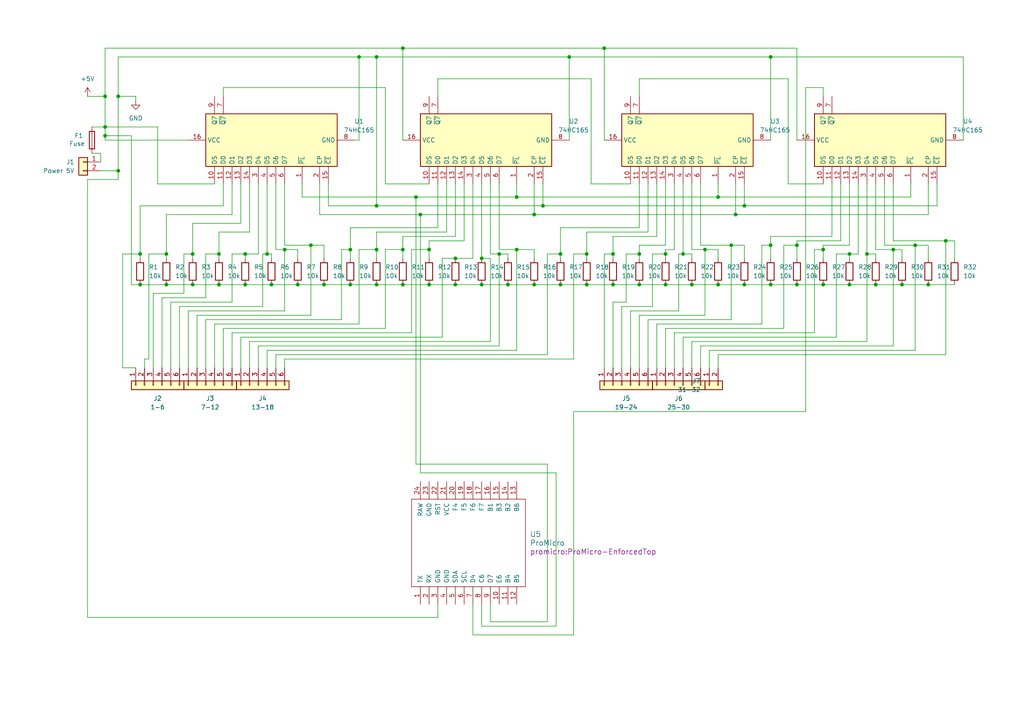
<source format=kicad_sch>
(kicad_sch (version 20250114) (generator "eeschema") (generator_version "9.0")
  (paper "A4")
  (title_block (title "Pedalboard_to_arduino_interface") (date "2025-07-31") (rev "1.0.0") (company "Francesco Patti") (comment 1 "Copyright (c) 2025"))
  (lib_symbols
    (symbol "74xx:74HC165"
      (property "Reference" "U" (at -7.62 19.05 0))
      (property "Value" "74HC165" (at -7.62 -21.59 0))
      (symbol "74HC165_1_0"
        (pin input line (at -12.7 15.24 0) (length 5.08) (name "DS") (number "10"))
        (pin input line (at -12.7 12.7 0) (length 5.08) (name "D0") (number "11"))
        (pin input line (at -12.7 10.16 0) (length 5.08) (name "D1") (number "12"))
        (pin input line (at -12.7 7.62 0) (length 5.08) (name "D2") (number "13"))
        (pin input line (at -12.7 5.08 0) (length 5.08) (name "D3") (number "14"))
        (pin input line (at -12.7 2.54 0) (length 5.08) (name "D4") (number "3"))
        (pin input line (at -12.7 0 0) (length 5.08) (name "D5") (number "4"))
        (pin input line (at -12.7 -2.54 0) (length 5.08) (name "D6") (number "5"))
        (pin input line (at -12.7 -5.08 0) (length 5.08) (name "D7") (number "6"))
        (pin input line (at -12.7 -10.16 0) (length 5.08) (name "~{PL}") (number "1"))
        (pin input line (at -12.7 -15.24 0) (length 5.08) (name "CP") (number "2"))
        (pin input line (at -12.7 -17.78 0) (length 5.08) (name "~{CE}") (number "15"))
        (pin power_in line (at 0 22.86 270) (length 5.08) (name "VCC") (number "16"))
        (pin power_in line (at 0 -25.4 90) (length 5.08) (name "GND") (number "8"))
        (pin output line (at 12.7 15.24 180) (length 5.08) (name "Q7") (number "9"))
        (pin output line (at 12.7 12.7 180) (length 5.08) (name "~{Q7}") (number "7"))
      )
      (symbol "74HC165_1_1"
        (rectangle (start -7.62 17.78) (end 7.62 -20.32) (stroke (width 0.254)) (fill (type background)))
      )
    )
    (symbol "Connector_Generic:Conn_01x02" (pin_names (offset 1.016) (hide yes))
      (property "Reference" "J" (at 0 2.54 0))
      (property "Value" "Conn_01x02" (at 0 -5.08 0))
      (symbol "Conn_01x02_1_1"
        (rectangle (start -1.27 1.27) (end 1.27 -3.81) (stroke (width 0.254)) (fill (type background)))
        (rectangle (start -1.27 0.127) (end 0 -0.127) (stroke (width 0.1524)))
        (rectangle (start -1.27 -2.413) (end 0 -2.667) (stroke (width 0.1524)))
        (pin passive line (at -5.08 0 0) (length 3.81) (name "Pin_1") (number "1"))
        (pin passive line (at -5.08 -2.54 0) (length 3.81) (name "Pin_2") (number "2"))
      )
    )
    (symbol "Connector_Generic:Conn_01x06" (pin_names (offset 1.016) (hide yes))
      (property "Reference" "J" (at 0 7.62 0))
      (property "Value" "Conn_01x06" (at 0 -10.16 0))
      (symbol "Conn_01x06_1_1"
        (rectangle (start -1.27 6.35) (end 1.27 -8.89) (stroke (width 0.254)) (fill (type background)))
        (rectangle (start -1.27 5.207) (end 0 4.953) (stroke (width 0.1524)))
        (rectangle (start -1.27 2.667) (end 0 2.413) (stroke (width 0.1524)))
        (rectangle (start -1.27 0.127) (end 0 -0.127) (stroke (width 0.1524)))
        (rectangle (start -1.27 -2.413) (end 0 -2.667) (stroke (width 0.1524)))
        (rectangle (start -1.27 -4.953) (end 0 -5.207) (stroke (width 0.1524)))
        (rectangle (start -1.27 -7.493) (end 0 -7.747) (stroke (width 0.1524)))
        (pin passive line (at -5.08 5.08 0) (length 3.81) (name "Pin_1") (number "1"))
        (pin passive line (at -5.08 2.54 0) (length 3.81) (name "Pin_2") (number "2"))
        (pin passive line (at -5.08 0 0) (length 3.81) (name "Pin_3") (number "3"))
        (pin passive line (at -5.08 -2.54 0) (length 3.81) (name "Pin_4") (number "4"))
        (pin passive line (at -5.08 -5.08 0) (length 3.81) (name "Pin_5") (number "5"))
        (pin passive line (at -5.08 -7.62 0) (length 3.81) (name "Pin_6") (number "6"))
      )
    )
    (symbol "Device:Fuse" (pin_numbers (hide yes)) (pin_names (offset 0))
      (property "Reference" "F" (at 2.032 0 90))
      (property "Value" "Fuse" (at -1.905 0 90))
      (symbol "Fuse_0_1"
        (rectangle (start -0.762 -2.54) (end 0.762 2.54) (stroke (width 0.254)))
        (polyline (pts (xy 0 2.54) (xy 0 -2.54)))
      )
      (symbol "Fuse_1_1"
        (pin passive line (at 0 3.81 270) (length 1.27) (name "~") (number "1"))
        (pin passive line (at 0 -3.81 90) (length 1.27) (name "~") (number "2"))
      )
    )
    (symbol "Device:R" (pin_numbers (hide yes)) (pin_names (offset 0))
      (property "Reference" "R" (at 2.032 0 90))
      (property "Value" "R" (at 0 0 90))
      (symbol "R_0_1"
        (rectangle (start -1.016 -2.54) (end 1.016 2.54) (stroke (width 0.254)))
      )
      (symbol "R_1_1"
        (pin passive line (at 0 3.81 270) (length 1.27) (name "~") (number "1"))
        (pin passive line (at 0 -3.81 90) (length 1.27) (name "~") (number "2"))
      )
    )
    (symbol "New_Library:ProMicro" (pin_names (offset 1.016))
      (property "Reference" "U" (at 0 24.13 0))
      (property "Value" "ProMicro" (at 0 -13.97 0))
      (symbol "ProMicro_0_1"
        (rectangle (start -12.7 21.59) (end 12.7 -11.43))
      )
      (symbol "ProMicro_1_1"
        (pin bidirectional line (at -17.78 19.05 0) (length 5.08) (name "TX") (number "1"))
        (pin bidirectional line (at -17.78 16.51 0) (length 5.08) (name "RX") (number "2"))
        (pin power_in line (at -17.78 13.97 0) (length 5.08) (name "GND") (number "3"))
        (pin power_in line (at -17.78 11.43 0) (length 5.08) (name "GND") (number "4"))
        (pin bidirectional line (at -17.78 8.89 0) (length 5.08) (name "SDA") (number "5"))
        (pin bidirectional line (at -17.78 6.35 0) (length 5.08) (name "SCL") (number "6"))
        (pin bidirectional line (at -17.78 3.81 0) (length 5.08) (name "D4") (number "7"))
        (pin bidirectional line (at -17.78 1.27 0) (length 5.08) (name "C6") (number "8"))
        (pin bidirectional line (at -17.78 -1.27 0) (length 5.08) (name "D7") (number "9"))
        (pin bidirectional line (at -17.78 -3.81 0) (length 5.08) (name "E6") (number "10"))
        (pin bidirectional line (at -17.78 -6.35 0) (length 5.08) (name "B4") (number "11"))
        (pin bidirectional line (at -17.78 -8.89 0) (length 5.08) (name "B5") (number "12"))
        (pin power_out line (at 17.78 19.05 180) (length 5.08) (name "RAW") (number "24"))
        (pin power_in line (at 17.78 16.51 180) (length 5.08) (name "GND") (number "23"))
        (pin input line (at 17.78 13.97 180) (length 5.08) (name "RST") (number "22"))
        (pin power_in line (at 17.78 11.43 180) (length 5.08) (name "VCC") (number "21"))
        (pin bidirectional line (at 17.78 8.89 180) (length 5.08) (name "F4") (number "20"))
        (pin bidirectional line (at 17.78 6.35 180) (length 5.08) (name "F5") (number "19"))
        (pin bidirectional line (at 17.78 3.81 180) (length 5.08) (name "F6") (number "18"))
        (pin bidirectional line (at 17.78 1.27 180) (length 5.08) (name "F7") (number "17"))
        (pin bidirectional line (at 17.78 -1.27 180) (length 5.08) (name "B1") (number "16"))
        (pin bidirectional line (at 17.78 -3.81 180) (length 5.08) (name "B3") (number "15"))
        (pin bidirectional line (at 17.78 -6.35 180) (length 5.08) (name "B2") (number "14"))
        (pin bidirectional line (at 17.78 -8.89 180) (length 5.08) (name "B6") (number "13"))
      )
    )
    (symbol "power:+5V" (power) (pin_numbers (hide yes)) (pin_names (offset 0) (hide yes))
      (property "Value" "+5V" (at 0 3.556 0))
      (symbol "+5V_0_1"
        (polyline (pts (xy -0.762 1.27) (xy 0 2.54)))
        (polyline (pts (xy 0 2.54) (xy 0.762 1.27)))
        (polyline (pts (xy 0 0) (xy 0 2.54)))
      )
      (symbol "+5V_1_1"
        (pin power_in line (at 0 0 90) (length 0) (name "~") (number "1"))
      )
    )
    (symbol "power:GND" (power) (pin_numbers (hide yes)) (pin_names (offset 0) (hide yes))
      (property "Value" "GND" (at 0 -3.81 0))
      (symbol "GND_0_1"
        (polyline (pts (xy 0 0) (xy 0 -1.27) (xy 1.27 -1.27) (xy 0 -2.54) (xy -1.27 -1.27) (xy 0 -1.27)))
      )
      (symbol "GND_1_1"
        (pin power_in line (at 0 0 270) (length 0) (name "~") (number "1"))
      )
    )
  )
  (junction (at 34.29 49.53))
  (junction (at 139.7 82.55))
  (junction (at 120.65 57.15))
  (junction (at 157.48 59.69))
  (junction (at 154.94 82.55))
  (junction (at 109.22 59.69))
  (junction (at 215.9 59.69))
  (junction (at 254 82.55))
  (junction (at 82.55 72.39))
  (junction (at 177.8 82.55))
  (junction (at 175.26 13.97))
  (junction (at 121.92 62.23))
  (junction (at 40.64 82.55))
  (junction (at 93.98 82.55))
  (junction (at 274.32 69.85))
  (junction (at 71.12 73.66))
  (junction (at 231.14 71.12))
  (junction (at 223.52 16.51))
  (junction (at 30.48 27.94))
  (junction (at 154.94 62.23))
  (junction (at 147.32 82.55))
  (junction (at 116.84 82.55))
  (junction (at 132.08 74.93))
  (junction (at 63.5 73.66))
  (junction (at 71.12 82.55))
  (junction (at 116.84 13.97))
  (junction (at 170.18 82.55))
  (junction (at 30.48 39.37))
  (junction (at 251.46 73.66))
  (junction (at 170.18 73.66))
  (junction (at 124.46 82.55))
  (junction (at 208.28 57.15))
  (junction (at 109.22 82.55))
  (junction (at 132.08 82.55))
  (junction (at 165.1 16.51))
  (junction (at 101.6 72.39))
  (junction (at 162.56 82.55))
  (junction (at 86.36 82.55))
  (junction (at 223.52 71.12))
  (junction (at 162.56 73.66))
  (junction (at 198.12 73.66))
  (junction (at 238.76 82.55))
  (junction (at 185.42 82.55))
  (junction (at 109.22 16.51))
  (junction (at 246.38 82.55))
  (junction (at 269.24 82.55))
  (junction (at 77.47 73.66))
  (junction (at 200.66 82.55))
  (junction (at 48.26 73.66))
  (junction (at 124.46 72.39))
  (junction (at 177.8 73.66))
  (junction (at 30.48 36.83))
  (junction (at 55.88 73.66))
  (junction (at 215.9 82.55))
  (junction (at 144.78 73.66))
  (junction (at 261.62 82.55))
  (junction (at 265.43 71.12))
  (junction (at 204.47 72.39))
  (junction (at 90.17 71.12))
  (junction (at 104.14 16.51))
  (junction (at 116.84 72.39))
  (junction (at 193.04 82.55))
  (junction (at 48.26 82.55))
  (junction (at 246.38 73.66))
  (junction (at 223.52 82.55))
  (junction (at 139.7 74.93))
  (junction (at 40.64 73.66))
  (junction (at 259.08 72.39))
  (junction (at 193.04 73.66))
  (junction (at 149.86 72.39))
  (junction (at 34.29 27.94))
  (junction (at 238.76 72.39))
  (junction (at 101.6 82.55))
  (junction (at 109.22 72.39))
  (junction (at 208.28 82.55))
  (junction (at 55.88 82.55))
  (junction (at 213.36 62.23))
  (junction (at 231.14 82.55))
  (junction (at 212.09 71.12))
  (junction (at 63.5 82.55))
  (junction (at 185.42 73.66))
  (junction (at 78.74 82.55))
  (junction (at 149.86 57.15))
  (wire (pts (xy 200.66 99.06) (xy 251.46 99.06)))
  (wire (pts (xy 170.18 67.31) (xy 170.18 73.66)))
  (wire (pts (xy 215.9 59.69) (xy 215.9 53.34)))
  (wire (pts (xy 109.22 72.39) (xy 109.22 74.93)))
  (wire (pts (xy 120.65 134.62) (xy 158.75 134.62)))
  (wire (pts (xy 119.38 96.52) (xy 119.38 72.39)))
  (wire (pts (xy 271.78 59.69) (xy 271.78 53.34)))
  (wire (pts (xy 76.2 88.9) (xy 76.2 73.66)))
  (wire (pts (xy 55.88 64.77) (xy 69.85 64.77)))
  (wire (pts (xy 161.29 181.61) (xy 139.7 181.61)))
  (wire (pts (xy 165.1 16.51) (xy 223.52 16.51)))
  (wire (pts (xy 269.24 82.55) (xy 276.86 82.55)))
  (wire (pts (xy 238.76 71.12) (xy 246.38 71.12)))
  (wire (pts (xy 200.66 53.34) (xy 200.66 72.39)))
  (wire (pts (xy 38.1 39.37) (xy 38.1 82.55)))
  (wire (pts (xy 157.48 53.34) (xy 157.48 59.69)))
  (wire (pts (xy 59.69 106.68) (xy 59.69 92.71)))
  (wire (pts (xy 109.22 82.55) (xy 116.84 82.55)))
  (wire (pts (xy 193.04 82.55) (xy 200.66 82.55)))
  (wire (pts (xy 220.98 71.12) (xy 223.52 71.12)))
  (wire (pts (xy 34.29 27.94) (xy 39.37 27.94)))
  (wire (pts (xy 43.18 104.14) (xy 41.91 104.14)))
  (wire (pts (xy 30.48 13.97) (xy 116.84 13.97)))
  (wire (pts (xy 261.62 82.55) (xy 269.24 82.55)))
  (wire (pts (xy 121.92 137.16) (xy 161.29 137.16)))
  (wire (pts (xy 147.32 82.55) (xy 154.94 82.55)))
  (wire (pts (xy 251.46 99.06) (xy 251.46 73.66)))
  (wire (pts (xy 203.2 71.12) (xy 212.09 71.12)))
  (wire (pts (xy 132.08 53.34) (xy 132.08 68.58)))
  (wire (pts (xy 92.71 62.23) (xy 121.92 62.23)))
  (wire (pts (xy 55.88 64.77) (xy 55.88 73.66)))
  (wire (pts (xy 144.78 72.39) (xy 149.86 72.39)))
  (wire (pts (xy 198.12 97.79) (xy 242.57 97.79)))
  (wire (pts (xy 238.76 25.4) (xy 233.68 25.4)))
  (wire (pts (xy 45.72 53.34) (xy 45.72 36.83)))
  (wire (pts (xy 59.69 86.36) (xy 46.99 86.36)))
  (wire (pts (xy 34.29 52.07) (xy 34.29 49.53)))
  (wire (pts (xy 193.04 72.39) (xy 193.04 73.66)))
  (wire (pts (xy 82.55 53.34) (xy 82.55 71.12)))
  (wire (pts (xy 64.77 27.94) (xy 64.77 25.4)))
  (wire (pts (xy 208.28 57.15) (xy 264.16 57.15)))
  (wire (pts (xy 82.55 90.17) (xy 82.55 72.39)))
  (wire (pts (xy 54.61 40.64) (xy 30.48 40.64)))
  (wire (pts (xy 80.01 106.68) (xy 80.01 102.87)))
  (wire (pts (xy 166.37 104.14) (xy 166.37 73.66)))
  (wire (pts (xy 142.24 73.66) (xy 144.78 73.66)))
  (wire (pts (xy 78.74 73.66) (xy 78.74 74.93)))
  (wire (pts (xy 185.42 22.86) (xy 228.6 22.86)))
  (wire (pts (xy 193.04 106.68) (xy 193.04 95.25)))
  (wire (pts (xy 71.12 73.66) (xy 71.12 74.93)))
  (wire (pts (xy 63.5 67.31) (xy 63.5 73.66)))
  (wire (pts (xy 193.04 95.25) (xy 227.33 95.25)))
  (wire (pts (xy 175.26 13.97) (xy 175.26 40.64)))
  (wire (pts (xy 181.61 87.63) (xy 181.61 73.66)))
  (wire (pts (xy 269.24 71.12) (xy 265.43 71.12)))
  (wire (pts (xy 124.46 72.39) (xy 124.46 74.93)))
  (wire (pts (xy 185.42 106.68) (xy 185.42 91.44)))
  (wire (pts (xy 74.93 73.66) (xy 74.93 53.34)))
  (wire (pts (xy 109.22 67.31) (xy 109.22 72.39)))
  (wire (pts (xy 127 53.34) (xy 127 66.04)))
  (wire (pts (xy 166.37 119.38) (xy 166.37 184.15)))
  (wire (pts (xy 137.16 74.93) (xy 132.08 74.93)))
  (wire (pts (xy 53.34 85.09) (xy 44.45 85.09)))
  (wire (pts (xy 67.31 53.34) (xy 67.31 62.23)))
  (wire (pts (xy 238.76 25.4) (xy 238.76 27.94)))
  (wire (pts (xy 200.66 82.55) (xy 208.28 82.55)))
  (wire (pts (xy 40.64 59.69) (xy 40.64 73.66)))
  (wire (pts (xy 120.65 57.15) (xy 149.86 57.15)))
  (wire (pts (xy 25.4 52.07) (xy 34.29 52.07)))
  (wire (pts (xy 48.26 82.55) (xy 55.88 82.55)))
  (wire (pts (xy 144.78 73.66) (xy 147.32 73.66)))
  (wire (pts (xy 175.26 106.68) (xy 175.26 73.66)))
  (wire (pts (xy 59.69 92.71) (xy 99.06 92.71)))
  (wire (pts (xy 40.64 73.66) (xy 40.64 74.93)))
  (wire (pts (xy 238.76 82.55) (xy 246.38 82.55)))
  (wire (pts (xy 134.62 53.34) (xy 134.62 69.85)))
  (wire (pts (xy 185.42 73.66) (xy 185.42 74.93)))
  (wire (pts (xy 44.45 85.09) (xy 44.45 106.68)))
  (wire (pts (xy 142.24 99.06) (xy 142.24 74.93)))
  (wire (pts (xy 137.16 184.15) (xy 166.37 184.15)))
  (wire (pts (xy 101.6 72.39) (xy 101.6 74.93)))
  (wire (pts (xy 215.9 59.69) (xy 271.78 59.69)))
  (wire (pts (xy 77.47 53.34) (xy 77.47 73.66)))
  (wire (pts (xy 80.01 102.87) (xy 158.75 102.87)))
  (wire (pts (xy 128.27 74.93) (xy 132.08 74.93)))
  (wire (pts (xy 62.23 93.98) (xy 104.14 93.98)))
  (wire (pts (xy 177.8 87.63) (xy 181.61 87.63)))
  (wire (pts (xy 86.36 82.55) (xy 93.98 82.55)))
  (wire (pts (xy 74.93 106.68) (xy 74.93 100.33)))
  (wire (pts (xy 104.14 93.98) (xy 104.14 72.39)))
  (wire (pts (xy 166.37 73.66) (xy 170.18 73.66)))
  (wire (pts (xy 185.42 91.44) (xy 204.47 91.44)))
  (wire (pts (xy 87.63 53.34) (xy 87.63 57.15)))
  (wire (pts (xy 158.75 180.34) (xy 142.24 180.34)))
  (wire (pts (xy 236.22 96.52) (xy 236.22 72.39)))
  (wire (pts (xy 149.86 53.34) (xy 149.86 57.15)))
  (wire (pts (xy 162.56 82.55) (xy 170.18 82.55)))
  (wire (pts (xy 82.55 72.39) (xy 86.36 72.39)))
  (wire (pts (xy 104.14 16.51) (xy 104.14 40.64)))
  (wire (pts (xy 259.08 100.33) (xy 259.08 72.39)))
  (wire (pts (xy 109.22 59.69) (xy 157.48 59.69)))
  (wire (pts (xy 208.28 72.39) (xy 208.28 74.93)))
  (wire (pts (xy 190.5 93.98) (xy 220.98 93.98)))
  (wire (pts (xy 124.46 69.85) (xy 134.62 69.85)))
  (wire (pts (xy 276.86 69.85) (xy 276.86 74.93)))
  (wire (pts (xy 154.94 72.39) (xy 154.94 74.93)))
  (wire (pts (xy 30.48 39.37) (xy 30.48 36.83)))
  (wire (pts (xy 78.74 82.55) (xy 86.36 82.55)))
  (wire (pts (xy 264.16 57.15) (xy 264.16 53.34)))
  (wire (pts (xy 95.25 53.34) (xy 95.25 59.69)))
  (wire (pts (xy 165.1 16.51) (xy 165.1 40.64)))
  (wire (pts (xy 251.46 53.34) (xy 251.46 73.66)))
  (wire (pts (xy 227.33 71.12) (xy 231.14 71.12)))
  (wire (pts (xy 177.8 82.55) (xy 185.42 82.55)))
  (wire (pts (xy 254 82.55) (xy 261.62 82.55)))
  (wire (pts (xy 227.33 95.25) (xy 227.33 71.12)))
  (wire (pts (xy 104.14 40.64) (xy 102.87 40.64)))
  (wire (pts (xy 30.48 40.64) (xy 30.48 39.37)))
  (wire (pts (xy 265.43 101.6) (xy 265.43 71.12)))
  (wire (pts (xy 116.84 68.58) (xy 132.08 68.58)))
  (wire (pts (xy 43.18 73.66) (xy 43.18 104.14)))
  (wire (pts (xy 187.96 67.31) (xy 170.18 67.31)))
  (wire (pts (xy 185.42 66.04) (xy 162.56 66.04)))
  (wire (pts (xy 259.08 72.39) (xy 261.62 72.39)))
  (wire (pts (xy 111.76 53.34) (xy 124.46 53.34)))
  (wire (pts (xy 204.47 72.39) (xy 208.28 72.39)))
  (wire (pts (xy 157.48 59.69) (xy 215.9 59.69)))
  (wire (pts (xy 177.8 106.68) (xy 177.8 87.63)))
  (wire (pts (xy 208.28 102.87) (xy 274.32 102.87)))
  (wire (pts (xy 127 22.86) (xy 171.45 22.86)))
  (wire (pts (xy 25.4 27.94) (xy 30.48 27.94)))
  (wire (pts (xy 147.32 73.66) (xy 147.32 74.93)))
  (wire (pts (xy 128.27 97.79) (xy 128.27 74.93)))
  (wire (pts (xy 198.12 106.68) (xy 198.12 97.79)))
  (wire (pts (xy 204.47 91.44) (xy 204.47 72.39)))
  (wire (pts (xy 185.42 71.12) (xy 193.04 71.12)))
  (wire (pts (xy 195.58 72.39) (xy 195.58 53.34)))
  (wire (pts (xy 154.94 82.55) (xy 162.56 82.55)))
  (wire (pts (xy 213.36 62.23) (xy 213.36 53.34)))
  (wire (pts (xy 223.52 16.51) (xy 279.4 16.51)))
  (wire (pts (xy 121.92 62.23) (xy 154.94 62.23)))
  (wire (pts (xy 116.84 13.97) (xy 116.84 40.64)))
  (wire (pts (xy 38.1 82.55) (xy 40.64 82.55)))
  (wire (pts (xy 149.86 57.15) (xy 208.28 57.15)))
  (wire (pts (xy 92.71 53.34) (xy 92.71 62.23)))
  (wire (pts (xy 259.08 69.85) (xy 274.32 69.85)))
  (wire (pts (xy 139.7 181.61) (xy 139.7 175.26)))
  (wire (pts (xy 29.21 49.53) (xy 34.29 49.53)))
  (wire (pts (xy 223.52 16.51) (xy 223.52 40.64)))
  (wire (pts (xy 64.77 25.4) (xy 111.76 25.4)))
  (wire (pts (xy 137.16 175.26) (xy 137.16 184.15)))
  (wire (pts (xy 187.96 106.68) (xy 187.96 92.71)))
  (wire (pts (xy 25.4 52.07) (xy 25.4 179.07)))
  (wire (pts (xy 180.34 88.9) (xy 189.23 88.9)))
  (wire (pts (xy 142.24 180.34) (xy 142.24 175.26)))
  (wire (pts (xy 52.07 106.68) (xy 52.07 88.9)))
  (wire (pts (xy 208.28 82.55) (xy 215.9 82.55)))
  (wire (pts (xy 121.92 62.23) (xy 121.92 137.16)))
  (wire (pts (xy 171.45 53.34) (xy 182.88 53.34)))
  (wire (pts (xy 274.32 102.87) (xy 274.32 69.85)))
  (wire (pts (xy 62.23 106.68) (xy 62.23 93.98)))
  (wire (pts (xy 212.09 71.12) (xy 215.9 71.12)))
  (wire (pts (xy 64.77 53.34) (xy 64.77 59.69)))
  (wire (pts (xy 124.46 82.55) (xy 132.08 82.55)))
  (wire (pts (xy 279.4 16.51) (xy 279.4 40.64)))
  (wire (pts (xy 142.24 53.34) (xy 142.24 73.66)))
  (wire (pts (xy 241.3 68.58) (xy 223.52 68.58)))
  (wire (pts (xy 212.09 92.71) (xy 212.09 71.12)))
  (wire (pts (xy 90.17 91.44) (xy 90.17 71.12)))
  (wire (pts (xy 265.43 71.12) (xy 256.54 71.12)))
  (wire (pts (xy 48.26 73.66) (xy 43.18 73.66)))
  (wire (pts (xy 203.2 106.68) (xy 203.2 100.33)))
  (wire (pts (xy 185.42 71.12) (xy 185.42 73.66)))
  (wire (pts (xy 80.01 53.34) (xy 80.01 72.39)))
  (wire (pts (xy 242.57 97.79) (xy 242.57 73.66)))
  (wire (pts (xy 200.66 106.68) (xy 200.66 99.06)))
  (wire (pts (xy 59.69 73.66) (xy 59.69 86.36)))
  (wire (pts (xy 132.08 82.55) (xy 139.7 82.55)))
  (wire (pts (xy 177.8 68.58) (xy 177.8 73.66)))
  (wire (pts (xy 215.9 71.12) (xy 215.9 74.93)))
  (wire (pts (xy 162.56 66.04) (xy 162.56 73.66)))
  (wire (pts (xy 149.86 72.39) (xy 154.94 72.39)))
  (wire (pts (xy 67.31 73.66) (xy 71.12 73.66)))
  (wire (pts (xy 109.22 16.51) (xy 109.22 59.69)))
  (wire (pts (xy 30.48 36.83) (xy 30.48 27.94)))
  (wire (pts (xy 208.28 57.15) (xy 208.28 53.34)))
  (wire (pts (xy 158.75 134.62) (xy 158.75 180.34)))
  (wire (pts (xy 49.53 106.68) (xy 49.53 87.63)))
  (wire (pts (xy 261.62 72.39) (xy 261.62 74.93)))
  (wire (pts (xy 67.31 96.52) (xy 119.38 96.52)))
  (wire (pts (xy 213.36 62.23) (xy 269.24 62.23)))
  (wire (pts (xy 34.29 49.53) (xy 34.29 27.94)))
  (wire (pts (xy 193.04 53.34) (xy 193.04 71.12)))
  (wire (pts (xy 129.54 53.34) (xy 129.54 67.31)))
  (wire (pts (xy 158.75 102.87) (xy 158.75 73.66)))
  (wire (pts (xy 182.88 90.17) (xy 196.85 90.17)))
  (wire (pts (xy 139.7 53.34) (xy 139.7 74.93)))
  (wire (pts (xy 158.75 73.66) (xy 162.56 73.66)))
  (wire (pts (xy 25.4 179.07) (xy 127 179.07)))
  (wire (pts (xy 269.24 74.93) (xy 269.24 71.12)))
  (wire (pts (xy 48.26 73.66) (xy 48.26 74.93)))
  (wire (pts (xy 251.46 73.66) (xy 254 73.66)))
  (wire (pts (xy 116.84 72.39) (xy 116.84 74.93)))
  (wire (pts (xy 52.07 88.9) (xy 76.2 88.9)))
  (wire (pts (xy 175.26 73.66) (xy 177.8 73.66)))
  (wire (pts (xy 62.23 53.34) (xy 45.72 53.34)))
  (wire (pts (xy 200.66 73.66) (xy 200.66 74.93)))
  (wire (pts (xy 180.34 106.68) (xy 180.34 88.9)))
  (wire (pts (xy 99.06 72.39) (xy 101.6 72.39)))
  (wire (pts (xy 80.01 72.39) (xy 82.55 72.39)))
  (wire (pts (xy 64.77 59.69) (xy 40.64 59.69)))
  (wire (pts (xy 53.34 73.66) (xy 53.34 85.09)))
  (wire (pts (xy 127 66.04) (xy 101.6 66.04)))
  (wire (pts (xy 74.93 100.33) (xy 144.78 100.33)))
  (wire (pts (xy 57.15 91.44) (xy 90.17 91.44)))
  (wire (pts (xy 67.31 62.23) (xy 48.26 62.23)))
  (wire (pts (xy 99.06 92.71) (xy 99.06 72.39)))
  (wire (pts (xy 170.18 73.66) (xy 170.18 74.93)))
  (wire (pts (xy 190.5 106.68) (xy 190.5 93.98)))
  (wire (pts (xy 254 72.39) (xy 259.08 72.39)))
  (wire (pts (xy 223.52 71.12) (xy 223.52 74.93)))
  (wire (pts (xy 149.86 101.6) (xy 149.86 72.39)))
  (wire (pts (xy 193.04 73.66) (xy 193.04 74.93)))
  (wire (pts (xy 137.16 53.34) (xy 137.16 74.93)))
  (wire (pts (xy 109.22 16.51) (xy 165.1 16.51)))
  (wire (pts (xy 177.8 73.66) (xy 177.8 74.93)))
  (wire (pts (xy 246.38 73.66) (xy 246.38 74.93)))
  (wire (pts (xy 124.46 69.85) (xy 124.46 72.39)))
  (wire (pts (xy 101.6 66.04) (xy 101.6 72.39)))
  (wire (pts (xy 82.55 104.14) (xy 166.37 104.14)))
  (wire (pts (xy 254 53.34) (xy 254 72.39)))
  (wire (pts (xy 67.31 87.63) (xy 67.31 73.66)))
  (wire (pts (xy 233.68 25.4) (xy 233.68 119.38)))
  (wire (pts (xy 142.24 74.93) (xy 139.7 74.93)))
  (wire (pts (xy 48.26 62.23) (xy 48.26 73.66)))
  (wire (pts (xy 205.74 106.68) (xy 205.74 101.6)))
  (wire (pts (xy 46.99 86.36) (xy 46.99 106.68)))
  (wire (pts (xy 154.94 62.23) (xy 213.36 62.23)))
  (wire (pts (xy 90.17 71.12) (xy 93.98 71.12)))
  (wire (pts (xy 189.23 73.66) (xy 193.04 73.66)))
  (wire (pts (xy 67.31 106.68) (xy 67.31 96.52)))
  (wire (pts (xy 215.9 82.55) (xy 223.52 82.55)))
  (wire (pts (xy 144.78 53.34) (xy 144.78 72.39)))
  (wire (pts (xy 26.67 36.83) (xy 30.48 36.83)))
  (wire (pts (xy 104.14 72.39) (xy 109.22 72.39)))
  (wire (pts (xy 189.23 88.9) (xy 189.23 73.66)))
  (wire (pts (xy 185.42 53.34) (xy 185.42 66.04)))
  (wire (pts (xy 203.2 53.34) (xy 203.2 71.12)))
  (wire (pts (xy 82.55 106.68) (xy 82.55 104.14)))
  (wire (pts (xy 129.54 67.31) (xy 109.22 67.31)))
  (wire (pts (xy 35.56 73.66) (xy 35.56 106.68)))
  (wire (pts (xy 111.76 72.39) (xy 116.84 72.39)))
  (wire (pts (xy 63.5 82.55) (xy 71.12 82.55)))
  (wire (pts (xy 200.66 72.39) (xy 204.47 72.39)))
  (wire (pts (xy 77.47 106.68) (xy 77.47 101.6)))
  (wire (pts (xy 236.22 72.39) (xy 238.76 72.39)))
  (wire (pts (xy 34.29 27.94) (xy 34.29 16.51)))
  (wire (pts (xy 182.88 106.68) (xy 182.88 90.17)))
  (wire (pts (xy 177.8 68.58) (xy 190.5 68.58)))
  (wire (pts (xy 87.63 57.15) (xy 120.65 57.15)))
  (wire (pts (xy 139.7 82.55) (xy 147.32 82.55)))
  (wire (pts (xy 231.14 13.97) (xy 231.14 40.64)))
  (wire (pts (xy 162.56 73.66) (xy 162.56 74.93)))
  (wire (pts (xy 254 73.66) (xy 254 74.93)))
  (wire (pts (xy 256.54 71.12) (xy 256.54 53.34)))
  (wire (pts (xy 41.91 104.14) (xy 41.91 106.68)))
  (wire (pts (xy 269.24 62.23) (xy 269.24 53.34)))
  (wire (pts (xy 55.88 73.66) (xy 53.34 73.66)))
  (wire (pts (xy 196.85 73.66) (xy 198.12 73.66)))
  (wire (pts (xy 55.88 73.66) (xy 55.88 74.93)))
  (wire (pts (xy 241.3 53.34) (xy 241.3 68.58)))
  (wire (pts (xy 274.32 69.85) (xy 276.86 69.85)))
  (wire (pts (xy 69.85 97.79) (xy 128.27 97.79)))
  (wire (pts (xy 231.14 69.85) (xy 243.84 69.85)))
  (wire (pts (xy 171.45 22.86) (xy 171.45 53.34)))
  (wire (pts (xy 57.15 106.68) (xy 57.15 91.44)))
  (wire (pts (xy 231.14 71.12) (xy 231.14 74.93)))
  (wire (pts (xy 154.94 62.23) (xy 154.94 53.34)))
  (wire (pts (xy 82.55 71.12) (xy 90.17 71.12)))
  (wire (pts (xy 95.25 59.69) (xy 109.22 59.69)))
  (wire (pts (xy 63.5 67.31) (xy 72.39 67.31)))
  (wire (pts (xy 246.38 82.55) (xy 254 82.55)))
  (wire (pts (xy 29.21 44.45) (xy 29.21 46.99)))
  (wire (pts (xy 170.18 82.55) (xy 177.8 82.55)))
  (wire (pts (xy 119.38 72.39) (xy 124.46 72.39)))
  (wire (pts (xy 69.85 53.34) (xy 69.85 64.77)))
  (wire (pts (xy 63.5 73.66) (xy 63.5 74.93)))
  (wire (pts (xy 34.29 16.51) (xy 104.14 16.51)))
  (wire (pts (xy 49.53 87.63) (xy 67.31 87.63)))
  (wire (pts (xy 64.77 95.25) (xy 111.76 95.25)))
  (wire (pts (xy 144.78 100.33) (xy 144.78 73.66)))
  (wire (pts (xy 69.85 106.68) (xy 69.85 97.79)))
  (wire (pts (xy 220.98 93.98) (xy 220.98 71.12)))
  (wire (pts (xy 111.76 95.25) (xy 111.76 72.39)))
  (wire (pts (xy 195.58 106.68) (xy 195.58 96.52)))
  (wire (pts (xy 26.67 44.45) (xy 29.21 44.45)))
  (wire (pts (xy 243.84 53.34) (xy 243.84 69.85)))
  (wire (pts (xy 203.2 100.33) (xy 259.08 100.33)))
  (wire (pts (xy 77.47 73.66) (xy 78.74 73.66)))
  (wire (pts (xy 238.76 71.12) (xy 238.76 72.39)))
  (wire (pts (xy 175.26 13.97) (xy 231.14 13.97)))
  (wire (pts (xy 185.42 27.94) (xy 185.42 22.86)))
  (wire (pts (xy 238.76 72.39) (xy 238.76 74.93)))
  (wire (pts (xy 35.56 106.68) (xy 39.37 106.68)))
  (wire (pts (xy 242.57 73.66) (xy 246.38 73.66)))
  (wire (pts (xy 205.74 101.6) (xy 265.43 101.6)))
  (wire (pts (xy 187.96 53.34) (xy 187.96 67.31)))
  (wire (pts (xy 231.14 82.55) (xy 238.76 82.55)))
  (wire (pts (xy 228.6 53.34) (xy 238.76 53.34)))
  (wire (pts (xy 228.6 22.86) (xy 228.6 53.34)))
  (wire (pts (xy 86.36 72.39) (xy 86.36 74.93)))
  (wire (pts (xy 54.61 90.17) (xy 82.55 90.17)))
  (wire (pts (xy 76.2 73.66) (xy 77.47 73.66)))
  (wire (pts (xy 111.76 25.4) (xy 111.76 53.34)))
  (wire (pts (xy 187.96 92.71) (xy 212.09 92.71)))
  (wire (pts (xy 116.84 82.55) (xy 124.46 82.55)))
  (wire (pts (xy 120.65 57.15) (xy 120.65 134.62)))
  (wire (pts (xy 77.47 101.6) (xy 149.86 101.6)))
  (wire (pts (xy 116.84 13.97) (xy 175.26 13.97)))
  (wire (pts (xy 45.72 36.83) (xy 30.48 36.83)))
  (wire (pts (xy 72.39 99.06) (xy 142.24 99.06)))
  (wire (pts (xy 72.39 106.68) (xy 72.39 99.06)))
  (wire (pts (xy 198.12 53.34) (xy 198.12 73.66)))
  (wire (pts (xy 93.98 82.55) (xy 101.6 82.55)))
  (wire (pts (xy 185.42 82.55) (xy 193.04 82.55)))
  (wire (pts (xy 246.38 53.34) (xy 246.38 71.12)))
  (wire (pts (xy 40.64 73.66) (xy 35.56 73.66)))
  (wire (pts (xy 30.48 39.37) (xy 38.1 39.37)))
  (wire (pts (xy 195.58 96.52) (xy 236.22 96.52)))
  (wire (pts (xy 198.12 73.66) (xy 200.66 73.66)))
  (wire (pts (xy 104.14 16.51) (xy 109.22 16.51)))
  (wire (pts (xy 231.14 69.85) (xy 231.14 71.12)))
  (wire (pts (xy 71.12 73.66) (xy 74.93 73.66)))
  (wire (pts (xy 161.29 137.16) (xy 161.29 181.61)))
  (wire (pts (xy 190.5 53.34) (xy 190.5 68.58)))
  (wire (pts (xy 30.48 27.94) (xy 30.48 13.97)))
  (wire (pts (xy 63.5 73.66) (xy 59.69 73.66)))
  (wire (pts (xy 54.61 106.68) (xy 54.61 90.17)))
  (wire (pts (xy 127 27.94) (xy 127 22.86)))
  (wire (pts (xy 101.6 82.55) (xy 109.22 82.55)))
  (wire (pts (xy 93.98 71.12) (xy 93.98 74.93)))
  (wire (pts (xy 246.38 73.66) (xy 248.92 73.66)))
  (wire (pts (xy 233.68 119.38) (xy 166.37 119.38)))
  (wire (pts (xy 196.85 90.17) (xy 196.85 73.66)))
  (wire (pts (xy 64.77 106.68) (xy 64.77 95.25)))
  (wire (pts (xy 72.39 53.34) (xy 72.39 67.31)))
  (wire (pts (xy 208.28 106.68) (xy 208.28 102.87)))
  (wire (pts (xy 259.08 53.34) (xy 259.08 69.85)))
  (wire (pts (xy 40.64 82.55) (xy 48.26 82.55)))
  (wire (pts (xy 116.84 68.58) (xy 116.84 72.39)))
  (wire (pts (xy 223.52 68.58) (xy 223.52 71.12)))
  (wire (pts (xy 193.04 72.39) (xy 195.58 72.39)))
  (wire (pts (xy 223.52 82.55) (xy 231.14 82.55)))
  (wire (pts (xy 127 179.07) (xy 127 175.26)))
  (wire (pts (xy 248.92 73.66) (xy 248.92 53.34)))
  (wire (pts (xy 71.12 82.55) (xy 78.74 82.55)))
  (wire (pts (xy 181.61 73.66) (xy 185.42 73.66)))
  (wire (pts (xy 55.88 82.55) (xy 63.5 82.55)))
  (wire (pts (xy 39.37 27.94) (xy 39.37 29.21)))
  (symbol (lib_id "power:+5V") (at 25.4 27.94 0) (unit 1)
    (property "Reference" "#PWR02" (effects (hide yes)))
    (property "Value" "+5V" (at 25.4 22.86 0))
    (property "Description" "Power symbol creates a global label with name \"+5V\"" (effects (hide yes)))
  )
  (symbol (lib_id "Connector_Generic:Conn_01x06") (at 74.93 111.76 90) (mirror x) (unit 1)
    (property "Reference" "J4" (at 76.2 115.57 90))
    (property "Value" "13-18" (at 76.2 118.11 90))
    (property "Footprint" "TerminalBlock_Phoenix:TerminalBlock_Phoenix_MKDS-1,5-6-5.08_1x06_P5.08mm_Horizontal" (effects (hide yes)))
    (property "Description" "Generic connector, single row, 01x06, script generated (kicad-library-utils/schlib/autogen/connector/)" (effects (hide yes)))
  )
  (symbol (lib_id "power:GND") (at 39.37 29.21 0) (unit 1)
    (property "Reference" "#PWR01" (effects (hide yes)))
    (property "Value" "GND" (at 39.37 34.29 0))
    (property "Description" "Power symbol creates a global label with name \"GND\" , ground" (effects (hide yes)))
  )
  (symbol (lib_id "Device:R") (at 246.38 78.74 0) (unit 1)
    (property "Reference" "R28" (at 248.92 77.4699 0) (effects (justify left)))
    (property "Value" "10k" (at 248.92 80.0099 0) (effects (justify left)))
    (property "Footprint" "Resistor_THT:R_Axial_DIN0207_L6.3mm_D2.5mm_P7.62mm_Horizontal" (effects (hide yes)))
    (property "Description" "Resistor" (effects (hide yes)))
  )
  (symbol (lib_id "Device:R") (at 238.76 78.74 0) (unit 1)
    (property "Reference" "R27" (at 241.3 77.4699 0) (effects (justify left)))
    (property "Value" "10k" (at 241.3 80.0099 0) (effects (justify left)))
    (property "Footprint" "Resistor_THT:R_Axial_DIN0207_L6.3mm_D2.5mm_P7.62mm_Horizontal" (effects (hide yes)))
    (property "Description" "Resistor" (effects (hide yes)))
  )
  (symbol (lib_id "Device:Fuse") (at 26.67 40.64 180) (unit 1)
    (property "Reference" "F1" (at 21.59 39.37 0) (effects (justify right)))
    (property "Value" "Fuse" (at 20.066 41.656 0) (effects (justify right)))
    (property "Footprint" "Fuse:Fuseholder_Cylinder-5x20mm_Schurter_0031_8201_Horizontal_Open" (effects (hide yes)))
    (property "Description" "Fuse" (effects (hide yes)))
  )
  (symbol (lib_id "Device:R") (at 231.14 78.74 0) (unit 1)
    (property "Reference" "R26" (at 233.68 77.4699 0) (effects (justify left)))
    (property "Value" "10k" (at 233.68 80.0099 0) (effects (justify left)))
    (property "Footprint" "Resistor_THT:R_Axial_DIN0207_L6.3mm_D2.5mm_P7.62mm_Horizontal" (effects (hide yes)))
    (property "Description" "Resistor" (effects (hide yes)))
  )
  (symbol (lib_id "Device:R") (at 185.42 78.74 0) (unit 1)
    (property "Reference" "R20" (at 187.96 77.4699 0) (effects (justify left)))
    (property "Value" "10k" (at 187.96 80.0099 0) (effects (justify left)))
    (property "Footprint" "Resistor_THT:R_Axial_DIN0207_L6.3mm_D2.5mm_P7.62mm_Horizontal" (effects (hide yes)))
    (property "Description" "Resistor" (effects (hide yes)))
  )
  (symbol (lib_id "Device:R") (at 78.74 78.74 0) (unit 1)
    (property "Reference" "R6" (at 81.28 77.4699 0) (effects (justify left)))
    (property "Value" "10k" (at 81.28 80.0099 0) (effects (justify left)))
    (property "Footprint" "Resistor_THT:R_Axial_DIN0207_L6.3mm_D2.5mm_P7.62mm_Horizontal" (effects (hide yes)))
    (property "Description" "Resistor" (effects (hide yes)))
  )
  (symbol (lib_id "Connector_Generic:Conn_01x06") (at 44.45 111.76 90) (mirror x) (unit 1)
    (property "Reference" "J2" (at 45.72 115.57 90))
    (property "Value" "1-6" (at 45.72 118.11 90))
    (property "Footprint" "TerminalBlock_Phoenix:TerminalBlock_Phoenix_MKDS-1,5-6-5.08_1x06_P5.08mm_Horizontal" (effects (hide yes)))
    (property "Description" "Generic connector, single row, 01x06, script generated (kicad-library-utils/schlib/autogen/connector/)" (effects (hide yes)))
  )
  (symbol (lib_id "Connector_Generic:Conn_01x02") (at 205.74 111.76 90) (mirror x) (unit 1)
    (property "Reference" "J7" (at 203.2 110.4899 90) (effects (justify left)))
    (property "Value" "31-32" (at 203.2 113.0299 90) (effects (justify left)))
    (property "Footprint" "TerminalBlock_Phoenix:TerminalBlock_Phoenix_MKDS-1,5-2-5.08_1x02_P5.08mm_Horizontal" (effects (hide yes)))
    (property "Description" "Generic connector, single row, 01x02, script generated (kicad-library-utils/schlib/autogen/connector/)" (effects (hide yes)))
  )
  (symbol (lib_id "74xx:74HC165") (at 139.7 40.64 90) (unit 1)
    (property "Reference" "U2" (at 166.37 35.1946 90))
    (property "Value" "74HC165" (at 166.37 37.7346 90))
    (property "Footprint" "Package_DIP:DIP-16_W7.62mm" (effects (hide yes)))
    (property "Datasheet" "https://assets.nexperia.com/documents/data-sheet/74HC_HCT165.pdf" (effects (hide yes)))
    (property "Description" "Shift Register, 8-bit, Parallel Load" (effects (hide yes)))
  )
  (symbol (lib_id "Device:R") (at 200.66 78.74 0) (unit 1)
    (property "Reference" "R22" (at 203.2 77.4699 0) (effects (justify left)))
    (property "Value" "10k" (at 203.2 80.0099 0) (effects (justify left)))
    (property "Footprint" "Resistor_THT:R_Axial_DIN0207_L6.3mm_D2.5mm_P7.62mm_Horizontal" (effects (hide yes)))
    (property "Description" "Resistor" (effects (hide yes)))
  )
  (symbol (lib_id "Connector_Generic:Conn_01x06") (at 180.34 111.76 90) (mirror x) (unit 1)
    (property "Reference" "J5" (at 181.61 115.57 90))
    (property "Value" "19-24" (at 181.61 118.11 90))
    (property "Footprint" "TerminalBlock_Phoenix:TerminalBlock_Phoenix_MKDS-1,5-6-5.08_1x06_P5.08mm_Horizontal" (effects (hide yes)))
    (property "Description" "Generic connector, single row, 01x06, script generated (kicad-library-utils/schlib/autogen/connector/)" (effects (hide yes)))
  )
  (symbol (lib_id "Device:R") (at 170.18 78.74 0) (unit 1)
    (property "Reference" "R18" (at 172.72 77.4699 0) (effects (justify left)))
    (property "Value" "10k" (at 172.72 80.0099 0) (effects (justify left)))
    (property "Footprint" "Resistor_THT:R_Axial_DIN0207_L6.3mm_D2.5mm_P7.62mm_Horizontal" (effects (hide yes)))
    (property "Description" "Resistor" (effects (hide yes)))
  )
  (symbol (lib_id "Device:R") (at 139.7 78.74 0) (unit 1)
    (property "Reference" "R14" (at 142.24 77.4699 0) (effects (justify left)))
    (property "Value" "10k" (at 142.24 80.0099 0) (effects (justify left)))
    (property "Footprint" "Resistor_THT:R_Axial_DIN0207_L6.3mm_D2.5mm_P7.62mm_Horizontal" (effects (hide yes)))
    (property "Description" "Resistor" (effects (hide yes)))
  )
  (symbol (lib_id "Device:R") (at 109.22 78.74 0) (unit 1)
    (property "Reference" "R10" (at 111.76 77.4699 0) (effects (justify left)))
    (property "Value" "10k" (at 111.76 80.0099 0) (effects (justify left)))
    (property "Footprint" "Resistor_THT:R_Axial_DIN0207_L6.3mm_D2.5mm_P7.62mm_Horizontal" (effects (hide yes)))
    (property "Description" "Resistor" (effects (hide yes)))
  )
  (symbol (lib_id "Device:R") (at 55.88 78.74 0) (unit 1)
    (property "Reference" "R3" (at 58.42 77.4699 0) (effects (justify left)))
    (property "Value" "10k" (at 58.42 80.0099 0) (effects (justify left)))
    (property "Footprint" "Resistor_THT:R_Axial_DIN0207_L6.3mm_D2.5mm_P7.62mm_Horizontal" (effects (hide yes)))
    (property "Description" "Resistor" (effects (hide yes)))
  )
  (symbol (lib_id "Device:R") (at 86.36 78.74 0) (unit 1)
    (property "Reference" "R7" (at 88.9 77.4699 0) (effects (justify left)))
    (property "Value" "10k" (at 88.9 80.0099 0) (effects (justify left)))
    (property "Footprint" "Resistor_THT:R_Axial_DIN0207_L6.3mm_D2.5mm_P7.62mm_Horizontal" (effects (hide yes)))
    (property "Description" "Resistor" (effects (hide yes)))
  )
  (symbol (lib_id "Device:R") (at 154.94 78.74 0) (unit 1)
    (property "Reference" "R16" (at 157.48 77.4699 0) (effects (justify left)))
    (property "Value" "10k" (at 157.48 80.0099 0) (effects (justify left)))
    (property "Footprint" "Resistor_THT:R_Axial_DIN0207_L6.3mm_D2.5mm_P7.62mm_Horizontal" (effects (hide yes)))
    (property "Description" "Resistor" (effects (hide yes)))
  )
  (symbol (lib_id "Device:R") (at 177.8 78.74 0) (unit 1)
    (property "Reference" "R19" (at 180.34 77.4699 0) (effects (justify left)))
    (property "Value" "10k" (at 180.34 80.0099 0) (effects (justify left)))
    (property "Footprint" "Resistor_THT:R_Axial_DIN0207_L6.3mm_D2.5mm_P7.62mm_Horizontal" (effects (hide yes)))
    (property "Description" "Resistor" (effects (hide yes)))
  )
  (symbol (lib_id "Device:R") (at 101.6 78.74 0) (unit 1)
    (property "Reference" "R9" (at 104.14 77.4699 0) (effects (justify left)))
    (property "Value" "10k" (at 104.14 80.0099 0) (effects (justify left)))
    (property "Footprint" "Resistor_THT:R_Axial_DIN0207_L6.3mm_D2.5mm_P7.62mm_Horizontal" (effects (hide yes)))
    (property "Description" "Resistor" (effects (hide yes)))
  )
  (symbol (lib_id "Device:R") (at 132.08 78.74 0) (unit 1)
    (property "Reference" "R13" (at 134.62 77.4699 0) (effects (justify left)))
    (property "Value" "10k" (at 134.62 80.0099 0) (effects (justify left)))
    (property "Footprint" "Resistor_THT:R_Axial_DIN0207_L6.3mm_D2.5mm_P7.62mm_Horizontal" (effects (hide yes)))
    (property "Description" "Resistor" (effects (hide yes)))
  )
  (symbol (lib_id "Device:R") (at 40.64 78.74 0) (unit 1)
    (property "Reference" "R1" (at 43.18 77.4699 0) (effects (justify left)))
    (property "Value" "10k" (at 43.18 80.0099 0) (effects (justify left)))
    (property "Footprint" "Resistor_THT:R_Axial_DIN0207_L6.3mm_D2.5mm_P7.62mm_Horizontal" (effects (hide yes)))
    (property "Description" "Resistor" (effects (hide yes)))
  )
  (symbol (lib_id "Device:R") (at 93.98 78.74 0) (unit 1)
    (property "Reference" "R8" (at 96.52 77.4699 0) (effects (justify left)))
    (property "Value" "10k" (at 96.52 80.0099 0) (effects (justify left)))
    (property "Footprint" "Resistor_THT:R_Axial_DIN0207_L6.3mm_D2.5mm_P7.62mm_Horizontal" (effects (hide yes)))
    (property "Description" "Resistor" (effects (hide yes)))
  )
  (symbol (lib_id "Device:R") (at 269.24 78.74 0) (unit 1)
    (property "Reference" "R31" (at 271.78 77.4699 0) (effects (justify left)))
    (property "Value" "10k" (at 271.78 80.0099 0) (effects (justify left)))
    (property "Footprint" "Resistor_THT:R_Axial_DIN0207_L6.3mm_D2.5mm_P7.62mm_Horizontal" (effects (hide yes)))
    (property "Description" "Resistor" (effects (hide yes)))
  )
  (symbol (lib_id "Connector_Generic:Conn_01x06") (at 59.69 111.76 90) (mirror x) (unit 1)
    (property "Reference" "J3" (at 60.96 115.57 90))
    (property "Value" "7-12" (at 60.96 118.11 90))
    (property "Footprint" "TerminalBlock_Phoenix:TerminalBlock_Phoenix_MKDS-1,5-6-5.08_1x06_P5.08mm_Horizontal" (effects (hide yes)))
    (property "Description" "Generic connector, single row, 01x06, script generated (kicad-library-utils/schlib/autogen/connector/)" (effects (hide yes)))
  )
  (symbol (lib_id "74xx:74HC165") (at 198.12 40.64 90) (unit 1)
    (property "Reference" "U3" (at 224.79 35.1946 90))
    (property "Value" "74HC165" (at 224.79 37.7346 90))
    (property "Footprint" "Package_DIP:DIP-16_W7.62mm" (effects (hide yes)))
    (property "Datasheet" "https://assets.nexperia.com/documents/data-sheet/74HC_HCT165.pdf" (effects (hide yes)))
    (property "Description" "Shift Register, 8-bit, Parallel Load" (effects (hide yes)))
  )
  (symbol (lib_id "Device:R") (at 261.62 78.74 0) (unit 1)
    (property "Reference" "R30" (at 264.16 77.4699 0) (effects (justify left)))
    (property "Value" "10k" (at 264.16 80.0099 0) (effects (justify left)))
    (property "Footprint" "Resistor_THT:R_Axial_DIN0207_L6.3mm_D2.5mm_P7.62mm_Horizontal" (effects (hide yes)))
    (property "Description" "Resistor" (effects (hide yes)))
  )
  (symbol (lib_id "Device:R") (at 215.9 78.74 0) (unit 1)
    (property "Reference" "R24" (at 218.44 77.4699 0) (effects (justify left)))
    (property "Value" "10k" (at 218.44 80.0099 0) (effects (justify left)))
    (property "Footprint" "Resistor_THT:R_Axial_DIN0207_L6.3mm_D2.5mm_P7.62mm_Horizontal" (effects (hide yes)))
    (property "Description" "Resistor" (effects (hide yes)))
  )
  (symbol (lib_id "Device:R") (at 71.12 78.74 0) (unit 1)
    (property "Reference" "R5" (at 73.66 77.4699 0) (effects (justify left)))
    (property "Value" "10k" (at 73.66 80.0099 0) (effects (justify left)))
    (property "Footprint" "Resistor_THT:R_Axial_DIN0207_L6.3mm_D2.5mm_P7.62mm_Horizontal" (effects (hide yes)))
    (property "Description" "Resistor" (effects (hide yes)))
  )
  (symbol (lib_id "74xx:74HC165") (at 254 40.64 90) (unit 1)
    (property "Reference" "U4" (at 280.67 35.1946 90))
    (property "Value" "74HC165" (at 280.67 37.7346 90))
    (property "Footprint" "Package_DIP:DIP-16_W7.62mm" (effects (hide yes)))
    (property "Datasheet" "https://assets.nexperia.com/documents/data-sheet/74HC_HCT165.pdf" (effects (hide yes)))
    (property "Description" "Shift Register, 8-bit, Parallel Load" (effects (hide yes)))
  )
  (symbol (lib_id "Device:R") (at 63.5 78.74 0) (unit 1)
    (property "Reference" "R4" (at 66.04 77.4699 0) (effects (justify left)))
    (property "Value" "10k" (at 66.04 80.0099 0) (effects (justify left)))
    (property "Footprint" "Resistor_THT:R_Axial_DIN0207_L6.3mm_D2.5mm_P7.62mm_Horizontal" (effects (hide yes)))
    (property "Description" "Resistor" (effects (hide yes)))
  )
  (symbol (lib_id "Device:R") (at 147.32 78.74 0) (unit 1)
    (property "Reference" "R15" (at 149.86 77.4699 0) (effects (justify left)))
    (property "Value" "10k" (at 149.86 80.0099 0) (effects (justify left)))
    (property "Footprint" "Resistor_THT:R_Axial_DIN0207_L6.3mm_D2.5mm_P7.62mm_Horizontal" (effects (hide yes)))
    (property "Description" "Resistor" (effects (hide yes)))
  )
  (symbol (lib_id "Device:R") (at 162.56 78.74 0) (unit 1)
    (property "Reference" "R17" (at 165.1 77.4699 0) (effects (justify left)))
    (property "Value" "10k" (at 165.1 80.0099 0) (effects (justify left)))
    (property "Footprint" "Resistor_THT:R_Axial_DIN0207_L6.3mm_D2.5mm_P7.62mm_Horizontal" (effects (hide yes)))
    (property "Description" "Resistor" (effects (hide yes)))
  )
  (symbol (lib_id "Device:R") (at 116.84 78.74 0) (unit 1)
    (property "Reference" "R11" (at 119.38 77.4699 0) (effects (justify left)))
    (property "Value" "10k" (at 119.38 80.0099 0) (effects (justify left)))
    (property "Footprint" "Resistor_THT:R_Axial_DIN0207_L6.3mm_D2.5mm_P7.62mm_Horizontal" (effects (hide yes)))
    (property "Description" "Resistor" (effects (hide yes)))
  )
  (symbol (lib_id "Device:R") (at 208.28 78.74 0) (unit 1)
    (property "Reference" "R23" (at 210.82 77.4699 0) (effects (justify left)))
    (property "Value" "10k" (at 210.82 80.0099 0) (effects (justify left)))
    (property "Footprint" "Resistor_THT:R_Axial_DIN0207_L6.3mm_D2.5mm_P7.62mm_Horizontal" (effects (hide yes)))
    (property "Description" "Resistor" (effects (hide yes)))
  )
  (symbol (lib_id "Device:R") (at 223.52 78.74 0) (unit 1)
    (property "Reference" "R25" (at 226.06 77.4699 0) (effects (justify left)))
    (property "Value" "10k" (at 226.06 80.0099 0) (effects (justify left)))
    (property "Footprint" "Resistor_THT:R_Axial_DIN0207_L6.3mm_D2.5mm_P7.62mm_Horizontal" (effects (hide yes)))
    (property "Description" "Resistor" (effects (hide yes)))
  )
  (symbol (lib_id "Device:R") (at 124.46 78.74 0) (unit 1)
    (property "Reference" "R12" (at 127 77.4699 0) (effects (justify left)))
    (property "Value" "10k" (at 127 80.0099 0) (effects (justify left)))
    (property "Footprint" "Resistor_THT:R_Axial_DIN0207_L6.3mm_D2.5mm_P7.62mm_Horizontal" (effects (hide yes)))
    (property "Description" "Resistor" (effects (hide yes)))
  )
  (symbol (lib_id "Connector_Generic:Conn_01x02") (at 24.13 46.99 0) (mirror y) (unit 1)
    (property "Reference" "J1" (at 21.59 46.9899 0) (effects (justify left)))
    (property "Value" "Power 5V" (at 21.59 49.5299 0) (effects (justify left)))
    (property "Footprint" "TerminalBlock_Phoenix:TerminalBlock_Phoenix_MKDS-1,5-2-5.08_1x02_P5.08mm_Horizontal" (effects (hide yes)))
    (property "Description" "Generic connector, single row, 01x02, script generated (kicad-library-utils/schlib/autogen/connector/)" (effects (hide yes)))
  )
  (symbol (lib_id "Device:R") (at 276.86 78.74 0) (unit 1)
    (property "Reference" "R32" (at 279.4 77.4699 0) (effects (justify left)))
    (property "Value" "10k" (at 279.4 80.0099 0) (effects (justify left)))
    (property "Footprint" "Resistor_THT:R_Axial_DIN0207_L6.3mm_D2.5mm_P7.62mm_Horizontal" (effects (hide yes)))
    (property "Description" "Resistor" (effects (hide yes)))
  )
  (symbol (lib_id "Device:R") (at 193.04 78.74 0) (unit 1)
    (property "Reference" "R21" (at 195.58 77.4699 0) (effects (justify left)))
    (property "Value" "10k" (at 195.58 80.0099 0) (effects (justify left)))
    (property "Footprint" "Resistor_THT:R_Axial_DIN0207_L6.3mm_D2.5mm_P7.62mm_Horizontal" (effects (hide yes)))
    (property "Description" "Resistor" (effects (hide yes)))
  )
  (symbol (lib_id "74xx:74HC165") (at 77.47 40.64 90) (unit 1)
    (property "Reference" "U1" (at 104.14 35.1946 90))
    (property "Value" "74HC165" (at 104.14 37.7346 90))
    (property "Footprint" "Package_DIP:DIP-16_W7.62mm" (effects (hide yes)))
    (property "Datasheet" "https://assets.nexperia.com/documents/data-sheet/74HC_HCT165.pdf" (effects (hide yes)))
    (property "Description" "Shift Register, 8-bit, Parallel Load" (effects (hide yes)))
  )
  (symbol (lib_id "Connector_Generic:Conn_01x06") (at 195.58 111.76 90) (mirror x) (unit 1)
    (property "Reference" "J6" (at 196.85 115.57 90))
    (property "Value" "25-30" (at 196.85 118.11 90))
    (property "Footprint" "TerminalBlock_Phoenix:TerminalBlock_Phoenix_MKDS-1,5-6-5.08_1x06_P5.08mm_Horizontal" (effects (hide yes)))
    (property "Description" "Generic connector, single row, 01x06, script generated (kicad-library-utils/schlib/autogen/connector/)" (effects (hide yes)))
  )
  (symbol (lib_id "Device:R") (at 254 78.74 0) (unit 1)
    (property "Reference" "R29" (at 256.54 77.4699 0) (effects (justify left)))
    (property "Value" "10k" (at 256.54 80.0099 0) (effects (justify left)))
    (property "Footprint" "Resistor_THT:R_Axial_DIN0207_L6.3mm_D2.5mm_P7.62mm_Horizontal" (effects (hide yes)))
    (property "Description" "Resistor" (effects (hide yes)))
  )
  (symbol (lib_id "New_Library:ProMicro") (at 140.97 157.48 90) (unit 1)
    (property "Reference" "U5" (at 153.67 154.9399 90) (effects (font (size 1.524 1.524)) (justify right)))
    (property "Value" "ProMicro" (at 153.67 157.4799 90) (effects (font (size 1.524 1.524)) (justify right)))
    (property "Footprint" "promicro:ProMicro-EnforcedTop" (at 153.67 160.0199 90) (effects (font (size 1.524 1.524)) (justify right)))
  )
  (symbol (lib_id "Device:R") (at 48.26 78.74 0) (unit 1)
    (property "Reference" "R2" (at 50.8 77.4699 0) (effects (justify left)))
    (property "Value" "10k" (at 50.8 80.0099 0) (effects (justify left)))
    (property "Footprint" "Resistor_THT:R_Axial_DIN0207_L6.3mm_D2.5mm_P7.62mm_Horizontal" (effects (hide yes)))
    (property "Description" "Resistor" (effects (hide yes)))
  )
)
</source>
